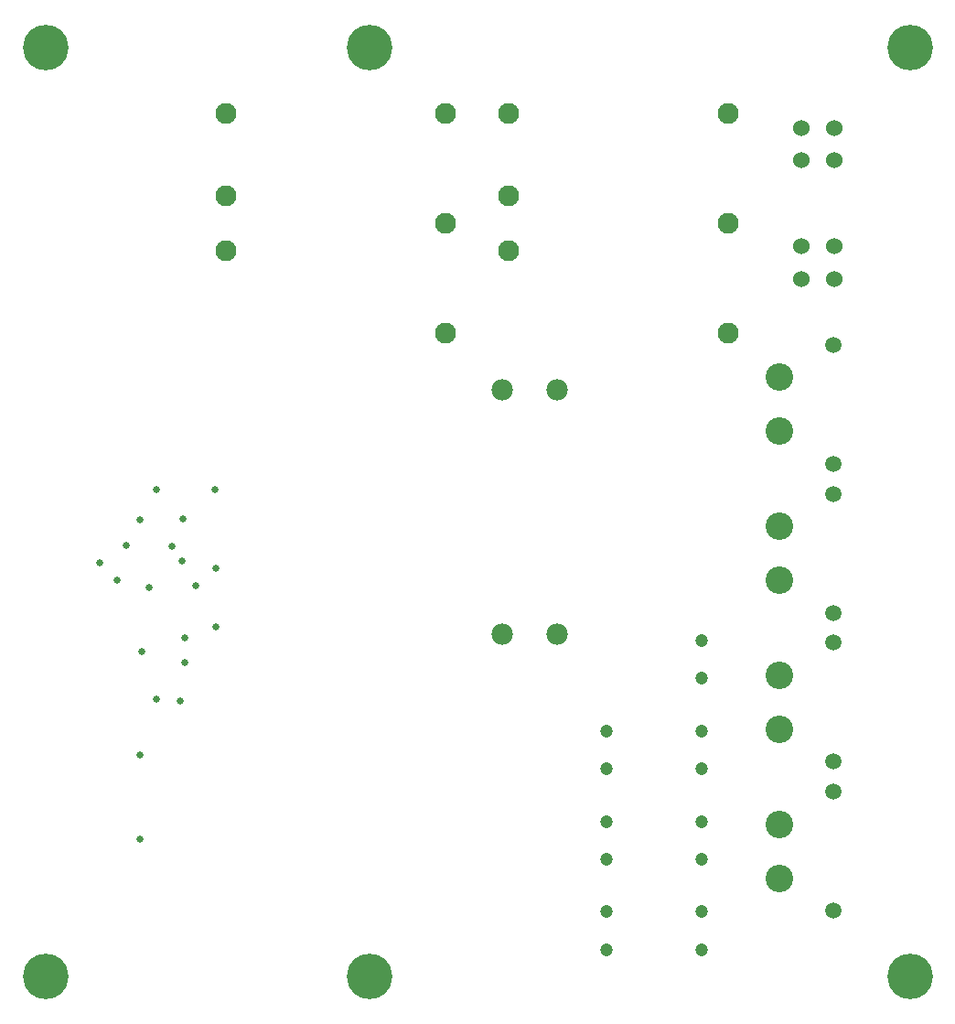
<source format=gbr>
G04 EAGLE Gerber RS-274X export*
G75*
%MOMM*%
%FSLAX34Y34*%
%LPD*%
%INCopper Layer 15*%
%IPPOS*%
%AMOC8*
5,1,8,0,0,1.08239X$1,22.5*%
G01*
%ADD10C,2.550000*%
%ADD11C,1.500000*%
%ADD12C,1.980000*%
%ADD13C,1.524000*%
%ADD14C,1.950000*%
%ADD15C,1.200000*%
%ADD16C,4.216000*%
%ADD17C,0.654800*%


D10*
X769400Y584800D03*
X769400Y534800D03*
D11*
X819400Y504800D03*
X819400Y614800D03*
D10*
X769400Y446900D03*
X769400Y396900D03*
D11*
X819400Y366900D03*
X819400Y476900D03*
D10*
X769400Y309000D03*
X769400Y259000D03*
D11*
X819400Y229000D03*
X819400Y339000D03*
D10*
X769400Y171100D03*
X769400Y121100D03*
D11*
X819400Y91100D03*
X819400Y201100D03*
D12*
X513070Y573000D03*
X563870Y573000D03*
X563870Y347000D03*
X513070Y347000D03*
D13*
X819720Y785500D03*
X819700Y815500D03*
X789700Y815500D03*
X789700Y785500D03*
X819720Y675800D03*
X819700Y705800D03*
X789700Y705800D03*
X789700Y675800D03*
D14*
X518400Y702100D03*
X518400Y752900D03*
X721600Y625900D03*
X721600Y727500D03*
X721600Y829100D03*
X518400Y829100D03*
X257100Y702100D03*
X257100Y752900D03*
X460300Y625900D03*
X460300Y727500D03*
X460300Y829100D03*
X257100Y829100D03*
D15*
X696980Y341090D03*
X696980Y306090D03*
X696980Y257430D03*
X696980Y222430D03*
X608980Y90120D03*
X608980Y55120D03*
X608980Y173775D03*
X608980Y138775D03*
X608980Y257430D03*
X608980Y222430D03*
X696980Y90120D03*
X696980Y55120D03*
X696980Y173770D03*
X696980Y138770D03*
D16*
X90000Y890000D03*
X890000Y890000D03*
X390000Y890000D03*
X890000Y30000D03*
X390000Y30000D03*
X90000Y30000D03*
D17*
X219000Y321000D03*
X229000Y392000D03*
X177000Y235000D03*
X179000Y331000D03*
X177000Y157000D03*
X165000Y429000D03*
X192964Y287000D03*
X215000Y285000D03*
X186000Y390000D03*
X207000Y428000D03*
X156000Y397000D03*
X140000Y413000D03*
X193000Y481000D03*
X177000Y453000D03*
X247000Y481000D03*
X217000Y454000D03*
X219000Y344000D03*
X248000Y354000D03*
X248000Y408000D03*
X216000Y415000D03*
M02*

</source>
